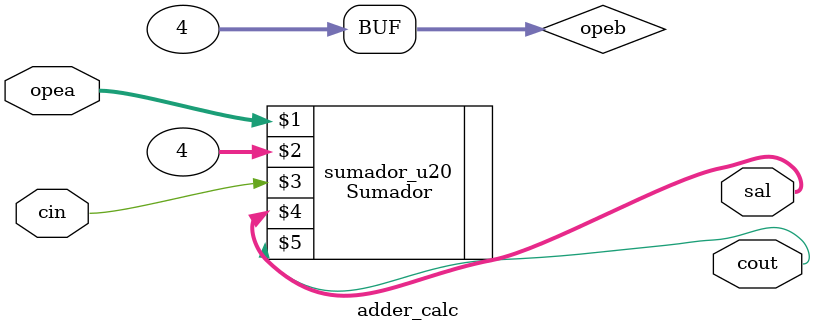
<source format=v>
module adder_calc #(
	parameter		N = 32	//ancho de operadores
  )(
 	input		[N-1:0]	opea,		//operador a
	input					cin,		//acarreo de entrada
	output	[N-1:0]	sal,		//resultado
	output				cout		//acarreo de salida
 
);

wire			[N-1:0]	opeb;
assign opeb=32'h4;


 Sumador sumador_u20 (
 
 	opea,		//operador a
	opeb,		//operador b
	cin,		//acarreo de entrada
	sal,		//resultado
	cout		//acarreo de salida
 
 );
 
 endmodule
</source>
